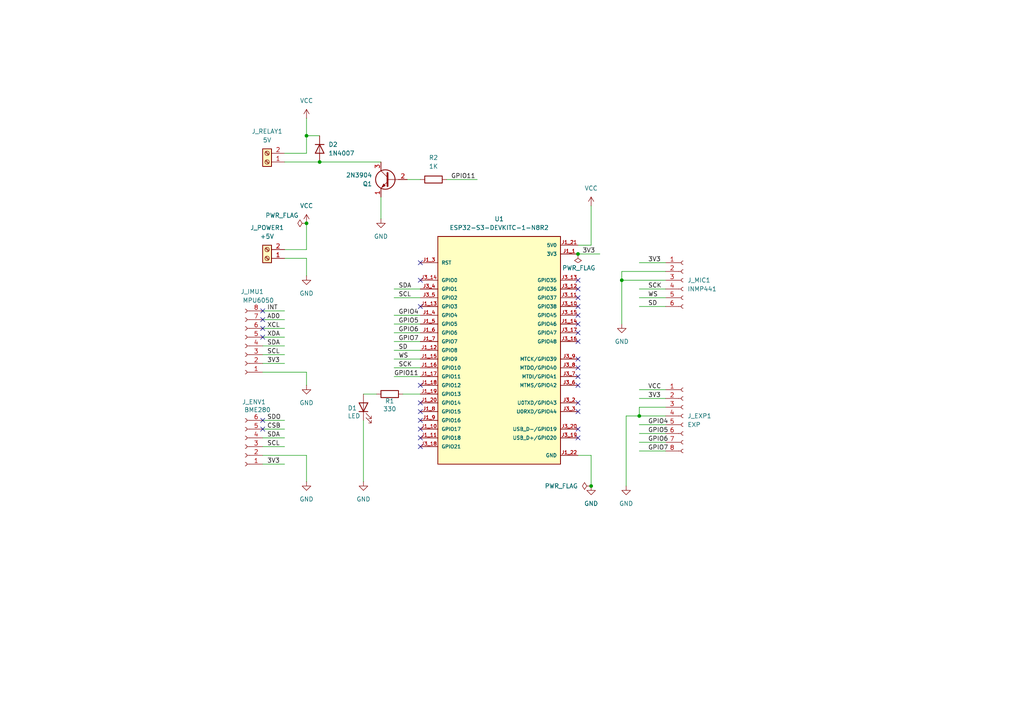
<source format=kicad_sch>
(kicad_sch (version 20250114) (generator "eeschema") (generator_version "9.0")
  (paper "A4")
  (title_block (title "Sensor Hub Carrier") (rev "V1") (company "Ing Jhon Alexander Hernandez"))
  (lib_symbols
    (symbol "Connector:Conn_01x06_Socket" (pin_names (offset 1.016) (hide yes))
      (property "Reference" "J" (at 0 7.62 0))
      (property "Value" "Conn_01x06_Socket" (at 0 -10.16 0))
      (symbol "Conn_01x06_Socket_1_1"
        (polyline (pts (xy -1.27 5.08) (xy -0.508 5.08)) (stroke (width 0.1524)))
        (polyline (pts (xy -1.27 2.54) (xy -0.508 2.54)) (stroke (width 0.1524)))
        (polyline (pts (xy -1.27 0) (xy -0.508 0)) (stroke (width 0.1524)))
        (polyline (pts (xy -1.27 -2.54) (xy -0.508 -2.54)) (stroke (width 0.1524)))
        (polyline (pts (xy -1.27 -5.08) (xy -0.508 -5.08)) (stroke (width 0.1524)))
        (polyline (pts (xy -1.27 -7.62) (xy -0.508 -7.62)) (stroke (width 0.1524)))
        (arc (start 0 4.572) (mid -0.5058 5.08) (end 0 5.588) (stroke (width 0.1524)))
        (arc (start 0 2.032) (mid -0.5058 2.54) (end 0 3.048) (stroke (width 0.1524)))
        (arc (start 0 -0.508) (mid -0.5058 0) (end 0 0.508) (stroke (width 0.1524)))
        (arc (start 0 -3.048) (mid -0.5058 -2.54) (end 0 -2.032) (stroke (width 0.1524)))
        (arc (start 0 -5.588) (mid -0.5058 -5.08) (end 0 -4.572) (stroke (width 0.1524)))
        (arc (start 0 -8.128) (mid -0.5058 -7.62) (end 0 -7.112) (stroke (width 0.1524)))
        (pin passive line (at -5.08 5.08 0) (length 3.81) (name "Pin_1") (number "1"))
        (pin passive line (at -5.08 2.54 0) (length 3.81) (name "Pin_2") (number "2"))
        (pin passive line (at -5.08 0 0) (length 3.81) (name "Pin_3") (number "3"))
        (pin passive line (at -5.08 -2.54 0) (length 3.81) (name "Pin_4") (number "4"))
        (pin passive line (at -5.08 -5.08 0) (length 3.81) (name "Pin_5") (number "5"))
        (pin passive line (at -5.08 -7.62 0) (length 3.81) (name "Pin_6") (number "6"))
      )
    )
    (symbol "Connector:Conn_01x08_Socket" (pin_names (offset 1.016) (hide yes))
      (property "Reference" "J" (at 0 10.16 0))
      (property "Value" "Conn_01x08_Socket" (at 0 -12.7 0))
      (symbol "Conn_01x08_Socket_1_1"
        (polyline (pts (xy -1.27 7.62) (xy -0.508 7.62)) (stroke (width 0.1524)))
        (polyline (pts (xy -1.27 5.08) (xy -0.508 5.08)) (stroke (width 0.1524)))
        (polyline (pts (xy -1.27 2.54) (xy -0.508 2.54)) (stroke (width 0.1524)))
        (polyline (pts (xy -1.27 0) (xy -0.508 0)) (stroke (width 0.1524)))
        (polyline (pts (xy -1.27 -2.54) (xy -0.508 -2.54)) (stroke (width 0.1524)))
        (polyline (pts (xy -1.27 -5.08) (xy -0.508 -5.08)) (stroke (width 0.1524)))
        (polyline (pts (xy -1.27 -7.62) (xy -0.508 -7.62)) (stroke (width 0.1524)))
        (polyline (pts (xy -1.27 -10.16) (xy -0.508 -10.16)) (stroke (width 0.1524)))
        (arc (start 0 7.112) (mid -0.5058 7.62) (end 0 8.128) (stroke (width 0.1524)))
        (arc (start 0 4.572) (mid -0.5058 5.08) (end 0 5.588) (stroke (width 0.1524)))
        (arc (start 0 2.032) (mid -0.5058 2.54) (end 0 3.048) (stroke (width 0.1524)))
        (arc (start 0 -0.508) (mid -0.5058 0) (end 0 0.508) (stroke (width 0.1524)))
        (arc (start 0 -3.048) (mid -0.5058 -2.54) (end 0 -2.032) (stroke (width 0.1524)))
        (arc (start 0 -5.588) (mid -0.5058 -5.08) (end 0 -4.572) (stroke (width 0.1524)))
        (arc (start 0 -8.128) (mid -0.5058 -7.62) (end 0 -7.112) (stroke (width 0.1524)))
        (arc (start 0 -10.668) (mid -0.5058 -10.16) (end 0 -9.652) (stroke (width 0.1524)))
        (pin passive line (at -5.08 7.62 0) (length 3.81) (name "Pin_1") (number "1"))
        (pin passive line (at -5.08 5.08 0) (length 3.81) (name "Pin_2") (number "2"))
        (pin passive line (at -5.08 2.54 0) (length 3.81) (name "Pin_3") (number "3"))
        (pin passive line (at -5.08 0 0) (length 3.81) (name "Pin_4") (number "4"))
        (pin passive line (at -5.08 -2.54 0) (length 3.81) (name "Pin_5") (number "5"))
        (pin passive line (at -5.08 -5.08 0) (length 3.81) (name "Pin_6") (number "6"))
        (pin passive line (at -5.08 -7.62 0) (length 3.81) (name "Pin_7") (number "7"))
        (pin passive line (at -5.08 -10.16 0) (length 3.81) (name "Pin_8") (number "8"))
      )
    )
    (symbol "Connector:Screw_Terminal_01x02" (pin_names (offset 1.016) (hide yes))
      (property "Reference" "J" (at 0 2.54 0))
      (property "Value" "Screw_Terminal_01x02" (at 0 -5.08 0))
      (symbol "Screw_Terminal_01x02_1_1"
        (rectangle (start -1.27 1.27) (end 1.27 -3.81) (stroke (width 0.254)) (fill (type background)))
        (polyline (pts (xy -0.5334 0.3302) (xy 0.3302 -0.508)) (stroke (width 0.1524)))
        (polyline (pts (xy -0.5334 -2.2098) (xy 0.3302 -3.048)) (stroke (width 0.1524)))
        (polyline (pts (xy -0.3556 0.508) (xy 0.508 -0.3302)) (stroke (width 0.1524)))
        (polyline (pts (xy -0.3556 -2.032) (xy 0.508 -2.8702)) (stroke (width 0.1524)))
        (circle (center 0 0) (radius 0.635) (stroke (width 0.1524)))
        (circle (center 0 -2.54) (radius 0.635) (stroke (width 0.1524)))
        (pin passive line (at -5.08 0 0) (length 3.81) (name "Pin_1") (number "1"))
        (pin passive line (at -5.08 -2.54 0) (length 3.81) (name "Pin_2") (number "2"))
      )
    )
    (symbol "Device:LED" (pin_numbers (hide yes)) (pin_names (offset 1.016) (hide yes))
      (property "Reference" "D" (at 0 2.54 0))
      (property "Value" "LED" (at 0 -2.54 0))
      (symbol "LED_0_1"
        (polyline (pts (xy -3.048 -0.762) (xy -4.572 -2.286) (xy -3.81 -2.286) (xy -4.572 -2.286) (xy -4.572 -1.524)))
        (polyline (pts (xy -1.778 -0.762) (xy -3.302 -2.286) (xy -2.54 -2.286) (xy -3.302 -2.286) (xy -3.302 -1.524)))
        (polyline (pts (xy -1.27 0) (xy 1.27 0)))
        (polyline (pts (xy -1.27 -1.27) (xy -1.27 1.27)) (stroke (width 0.254)))
        (polyline (pts (xy 1.27 -1.27) (xy 1.27 1.27) (xy -1.27 0) (xy 1.27 -1.27)) (stroke (width 0.254)))
      )
      (symbol "LED_1_1"
        (pin passive line (at -3.81 0 0) (length 2.54) (name "K") (number "1"))
        (pin passive line (at 3.81 0 180) (length 2.54) (name "A") (number "2"))
      )
    )
    (symbol "Device:R" (pin_numbers (hide yes)) (pin_names (offset 0))
      (property "Reference" "R" (at 2.032 0 90))
      (property "Value" "R" (at 0 0 90))
      (symbol "R_0_1"
        (rectangle (start -1.016 -2.54) (end 1.016 2.54) (stroke (width 0.254)))
      )
      (symbol "R_1_1"
        (pin passive line (at 0 3.81 270) (length 1.27) (name "~") (number "1"))
        (pin passive line (at 0 -3.81 90) (length 1.27) (name "~") (number "2"))
      )
    )
    (symbol "Diode:1N4007" (pin_numbers (hide yes)) (pin_names (hide yes))
      (property "Reference" "D" (at 0 2.54 0))
      (property "Value" "1N4007" (at 0 -2.54 0))
      (symbol "1N4007_0_1"
        (polyline (pts (xy -1.27 1.27) (xy -1.27 -1.27)) (stroke (width 0.254)))
        (polyline (pts (xy 1.27 1.27) (xy 1.27 -1.27) (xy -1.27 0) (xy 1.27 1.27)) (stroke (width 0.254)))
        (polyline (pts (xy 1.27 0) (xy -1.27 0)))
      )
      (symbol "1N4007_1_1"
        (pin passive line (at -3.81 0 0) (length 2.54) (name "K") (number "1"))
        (pin passive line (at 3.81 0 180) (length 2.54) (name "A") (number "2"))
      )
    )
    (symbol "ESP32-S3-DEVKITC-1-N8R2:ESP32-S3-DEVKITC-1-N8R2" (pin_names (offset 1.016))
      (property "Reference" "U" (at -17.78 35.56 0))
      (property "Value" "ESP32-S3-DEVKITC-1-N8R2" (at -17.78 -35.56 0))
      (symbol "ESP32-S3-DEVKITC-1-N8R2_0_0"
        (rectangle (start -17.78 -33.02) (end 17.78 33.02) (stroke (width 0.254)) (fill (type background)))
        (pin input line (at -22.86 25.4 0) (length 5.08) (name "RST") (number "J1_3"))
        (pin bidirectional line (at -22.86 20.32 0) (length 5.08) (name "GPIO0") (number "J3_14"))
        (pin bidirectional line (at -22.86 17.78 0) (length 5.08) (name "GPIO1") (number "J3_4"))
        (pin bidirectional line (at -22.86 15.24 0) (length 5.08) (name "GPIO2") (number "J3_5"))
        (pin bidirectional line (at -22.86 12.7 0) (length 5.08) (name "GPIO3") (number "J1_13"))
        (pin bidirectional line (at -22.86 10.16 0) (length 5.08) (name "GPIO4") (number "J1_4"))
        (pin bidirectional line (at -22.86 7.62 0) (length 5.08) (name "GPIO5") (number "J1_5"))
        (pin bidirectional line (at -22.86 5.08 0) (length 5.08) (name "GPIO6") (number "J1_6"))
        (pin bidirectional line (at -22.86 2.54 0) (length 5.08) (name "GPIO7") (number "J1_7"))
        (pin bidirectional line (at -22.86 0 0) (length 5.08) (name "GPIO8") (number "J1_12"))
        (pin bidirectional line (at -22.86 -2.54 0) (length 5.08) (name "GPIO9") (number "J1_15"))
        (pin bidirectional line (at -22.86 -5.08 0) (length 5.08) (name "GPIO10") (number "J1_16"))
        (pin bidirectional line (at -22.86 -7.62 0) (length 5.08) (name "GPIO11") (number "J1_17"))
        (pin bidirectional line (at -22.86 -10.16 0) (length 5.08) (name "GPIO12") (number "J1_18"))
        (pin bidirectional line (at -22.86 -12.7 0) (length 5.08) (name "GPIO13") (number "J1_19"))
        (pin bidirectional line (at -22.86 -15.24 0) (length 5.08) (name "GPIO14") (number "J1_20"))
        (pin bidirectional line (at -22.86 -17.78 0) (length 5.08) (name "GPIO15") (number "J1_8"))
        (pin bidirectional line (at -22.86 -20.32 0) (length 5.08) (name "GPIO16") (number "J1_9"))
        (pin bidirectional line (at -22.86 -22.86 0) (length 5.08) (name "GPIO17") (number "J1_10"))
        (pin bidirectional line (at -22.86 -25.4 0) (length 5.08) (name "GPIO18") (number "J1_11"))
        (pin bidirectional line (at -22.86 -27.94 0) (length 5.08) (name "GPIO21") (number "J3_18"))
        (pin power_in line (at 22.86 30.48 180) (length 5.08) (name "5V0") (number "J1_21"))
        (pin power_in line (at 22.86 27.94 180) (length 5.08) (name "3V3") (number "J1_1"))
        (pin power_in line (at 22.86 27.94 180) (length 5.08) (hide yes) (name "3V3") (number "J1_2"))
        (pin bidirectional line (at 22.86 20.32 180) (length 5.08) (name "GPIO35") (number "J3_13"))
        (pin bidirectional line (at 22.86 17.78 180) (length 5.08) (name "GPIO36") (number "J3_12"))
        (pin bidirectional line (at 22.86 15.24 180) (length 5.08) (name "GPIO37") (number "J3_11"))
        (pin bidirectional line (at 22.86 12.7 180) (length 5.08) (name "GPIO38") (number "J3_10"))
        (pin bidirectional line (at 22.86 10.16 180) (length 5.08) (name "GPIO45") (number "J3_15"))
        (pin bidirectional line (at 22.86 7.62 180) (length 5.08) (name "GPIO46") (number "J1_14"))
        (pin bidirectional line (at 22.86 5.08 180) (length 5.08) (name "GPIO47") (number "J3_17"))
        (pin bidirectional line (at 22.86 2.54 180) (length 5.08) (name "GPIO48") (number "J3_16"))
        (pin bidirectional line (at 22.86 -2.54 180) (length 5.08) (name "MTCK/GPIO39") (number "J3_9"))
        (pin bidirectional line (at 22.86 -5.08 180) (length 5.08) (name "MTDO/GPIO40") (number "J3_8"))
        (pin bidirectional line (at 22.86 -7.62 180) (length 5.08) (name "MTDI/GPIO41") (number "J3_7"))
        (pin bidirectional line (at 22.86 -10.16 180) (length 5.08) (name "MTMS/GPIO42") (number "J3_6"))
        (pin bidirectional line (at 22.86 -15.24 180) (length 5.08) (name "U0TXD/GPIO43") (number "J3_2"))
        (pin bidirectional line (at 22.86 -17.78 180) (length 5.08) (name "U0RXD/GPIO44") (number "J3_3"))
        (pin bidirectional line (at 22.86 -22.86 180) (length 5.08) (name "USB_D-/GPIO19") (number "J3_20"))
        (pin bidirectional line (at 22.86 -25.4 180) (length 5.08) (name "USB_D+/GPIO20") (number "J3_19"))
        (pin power_in line (at 22.86 -30.48 180) (length 5.08) (name "GND") (number "J1_22"))
        (pin power_in line (at 22.86 -30.48 180) (length 5.08) (hide yes) (name "GND") (number "J3_1"))
        (pin power_in line (at 22.86 -30.48 180) (length 5.08) (hide yes) (name "GND") (number "J3_21"))
        (pin power_in line (at 22.86 -30.48 180) (length 5.08) (hide yes) (name "GND") (number "J3_22"))
      )
    )
    (symbol "Transistor_BJT:2N3904" (pin_names (offset 0) (hide yes))
      (property "Reference" "Q" (at 5.08 1.905 0))
      (property "Value" "2N3904" (at 5.08 0 0))
      (symbol "2N3904_0_1"
        (polyline (pts (xy -2.54 0) (xy 0.635 0)))
        (polyline (pts (xy 0.635 1.905) (xy 0.635 -1.905)) (stroke (width 0.508)))
        (circle (center 1.27 0) (radius 2.8194) (stroke (width 0.254)))
      )
      (symbol "2N3904_1_1"
        (polyline (pts (xy 0.635 0.635) (xy 2.54 2.54)))
        (polyline (pts (xy 0.635 -0.635) (xy 2.54 -2.54)))
        (polyline (pts (xy 1.27 -1.778) (xy 1.778 -1.27) (xy 2.286 -2.286) (xy 1.27 -1.778)) (fill (type outline)))
        (pin input line (at -5.08 0 0) (length 2.54) (name "B") (number "2"))
        (pin passive line (at 2.54 5.08 270) (length 2.54) (name "C") (number "3"))
        (pin passive line (at 2.54 -5.08 90) (length 2.54) (name "E") (number "1"))
      )
    )
    (symbol "power:GND" (power) (pin_numbers (hide yes)) (pin_names (offset 0) (hide yes))
      (property "Value" "GND" (at 0 -3.81 0))
      (symbol "GND_0_1"
        (polyline (pts (xy 0 0) (xy 0 -1.27) (xy 1.27 -1.27) (xy 0 -2.54) (xy -1.27 -1.27) (xy 0 -1.27)))
      )
      (symbol "GND_1_1"
        (pin power_in line (at 0 0 270) (length 0) (name "~") (number "1"))
      )
    )
    (symbol "power:PWR_FLAG" (power) (pin_numbers (hide yes)) (pin_names (offset 0) (hide yes))
      (property "Value" "PWR_FLAG" (at 0 3.81 0))
      (symbol "PWR_FLAG_0_0"
        (pin power_out line (at 0 0 90) (length 0) (name "~") (number "1"))
      )
      (symbol "PWR_FLAG_0_1"
        (polyline (pts (xy 0 0) (xy 0 1.27) (xy -1.016 1.905) (xy 0 2.54) (xy 1.016 1.905) (xy 0 1.27)))
      )
    )
    (symbol "power:VCC" (power) (pin_numbers (hide yes)) (pin_names (offset 0) (hide yes))
      (property "Value" "VCC" (at 0 3.556 0))
      (symbol "VCC_0_1"
        (polyline (pts (xy -0.762 1.27) (xy 0 2.54)))
        (polyline (pts (xy 0 2.54) (xy 0.762 1.27)))
        (polyline (pts (xy 0 0) (xy 0 2.54)))
      )
      (symbol "VCC_1_1"
        (pin power_in line (at 0 0 90) (length 0) (name "~") (number "1"))
      )
    )
  )
  (junction (at 92.71 46.99))
  (junction (at 171.45 140.97))
  (junction (at 167.64 73.66))
  (junction (at 180.34 81.28))
  (junction (at 88.9 64.77))
  (junction (at 88.9 39.37))
  (junction (at 185.42 120.65))
  (no_connect (at 167.64 96.52))
  (no_connect (at 167.64 91.44))
  (no_connect (at 167.64 106.68))
  (no_connect (at 76.2 90.17))
  (no_connect (at 167.64 88.9))
  (no_connect (at 121.92 116.84))
  (no_connect (at 167.64 124.46))
  (no_connect (at 167.64 109.22))
  (no_connect (at 167.64 81.28))
  (no_connect (at 76.2 121.92))
  (no_connect (at 121.92 88.9))
  (no_connect (at 167.64 119.38))
  (no_connect (at 167.64 111.76))
  (no_connect (at 121.92 129.54))
  (no_connect (at 121.92 76.2))
  (no_connect (at 167.64 93.98))
  (no_connect (at 167.64 83.82))
  (no_connect (at 121.92 111.76))
  (no_connect (at 167.64 127))
  (no_connect (at 121.92 81.28))
  (no_connect (at 167.64 104.14))
  (no_connect (at 121.92 119.38))
  (no_connect (at 76.2 124.46))
  (no_connect (at 121.92 127))
  (no_connect (at 121.92 121.92))
  (no_connect (at 121.92 124.46))
  (no_connect (at 167.64 116.84))
  (no_connect (at 76.2 95.25))
  (no_connect (at 76.2 97.79))
  (no_connect (at 76.2 92.71))
  (no_connect (at 167.64 86.36))
  (no_connect (at 167.64 99.06))
  (wire (pts (xy 76.2 107.95) (xy 88.9 107.95)))
  (wire (pts (xy 185.42 113.03) (xy 193.04 113.03)))
  (wire (pts (xy 185.42 86.36) (xy 193.04 86.36)))
  (wire (pts (xy 167.64 73.66) (xy 173.99 73.66)))
  (wire (pts (xy 76.2 97.79) (xy 82.55 97.79)))
  (wire (pts (xy 88.9 39.37) (xy 92.71 39.37)))
  (wire (pts (xy 82.55 74.93) (xy 88.9 74.93)))
  (wire (pts (xy 76.2 95.25) (xy 82.55 95.25)))
  (wire (pts (xy 92.71 46.99) (xy 110.49 46.99)))
  (wire (pts (xy 76.2 92.71) (xy 82.55 92.71)))
  (wire (pts (xy 180.34 81.28) (xy 180.34 93.98)))
  (wire (pts (xy 76.2 100.33) (xy 82.55 100.33)))
  (wire (pts (xy 76.2 132.08) (xy 88.9 132.08)))
  (wire (pts (xy 114.3 101.6) (xy 121.92 101.6)))
  (wire (pts (xy 76.2 127) (xy 82.55 127)))
  (wire (pts (xy 82.55 46.99) (xy 92.71 46.99)))
  (wire (pts (xy 114.3 104.14) (xy 121.92 104.14)))
  (wire (pts (xy 185.42 118.11) (xy 193.04 118.11)))
  (wire (pts (xy 82.55 44.45) (xy 88.9 44.45)))
  (wire (pts (xy 180.34 78.74) (xy 180.34 81.28)))
  (wire (pts (xy 171.45 71.12) (xy 171.45 59.69)))
  (wire (pts (xy 185.42 88.9) (xy 193.04 88.9)))
  (wire (pts (xy 114.3 91.44) (xy 121.92 91.44)))
  (wire (pts (xy 88.9 44.45) (xy 88.9 39.37)))
  (wire (pts (xy 181.61 120.65) (xy 185.42 120.65)))
  (wire (pts (xy 105.41 121.92) (xy 105.41 139.7)))
  (wire (pts (xy 88.9 74.93) (xy 88.9 80.01)))
  (wire (pts (xy 129.54 52.07) (xy 138.43 52.07)))
  (wire (pts (xy 185.42 83.82) (xy 193.04 83.82)))
  (wire (pts (xy 114.3 93.98) (xy 121.92 93.98)))
  (wire (pts (xy 167.64 71.12) (xy 171.45 71.12)))
  (wire (pts (xy 181.61 140.97) (xy 181.61 120.65)))
  (wire (pts (xy 88.9 64.77) (xy 88.9 72.39)))
  (wire (pts (xy 76.2 121.92) (xy 82.55 121.92)))
  (wire (pts (xy 116.84 114.3) (xy 121.92 114.3)))
  (wire (pts (xy 185.42 123.19) (xy 193.04 123.19)))
  (wire (pts (xy 76.2 124.46) (xy 82.55 124.46)))
  (wire (pts (xy 88.9 132.08) (xy 88.9 139.7)))
  (wire (pts (xy 88.9 39.37) (xy 88.9 34.29)))
  (wire (pts (xy 76.2 134.62) (xy 82.55 134.62)))
  (wire (pts (xy 114.3 106.68) (xy 121.92 106.68)))
  (wire (pts (xy 185.42 118.11) (xy 185.42 120.65)))
  (wire (pts (xy 114.3 109.22) (xy 121.92 109.22)))
  (wire (pts (xy 185.42 120.65) (xy 193.04 120.65)))
  (wire (pts (xy 88.9 107.95) (xy 88.9 111.76)))
  (wire (pts (xy 105.41 114.3) (xy 109.22 114.3)))
  (wire (pts (xy 114.3 86.36) (xy 121.92 86.36)))
  (wire (pts (xy 185.42 128.27) (xy 193.04 128.27)))
  (wire (pts (xy 114.3 83.82) (xy 121.92 83.82)))
  (wire (pts (xy 185.42 115.57) (xy 193.04 115.57)))
  (wire (pts (xy 185.42 125.73) (xy 193.04 125.73)))
  (wire (pts (xy 185.42 130.81) (xy 193.04 130.81)))
  (wire (pts (xy 171.45 132.08) (xy 167.64 132.08)))
  (wire (pts (xy 180.34 78.74) (xy 193.04 78.74)))
  (wire (pts (xy 76.2 90.17) (xy 82.55 90.17)))
  (wire (pts (xy 118.11 52.07) (xy 121.92 52.07)))
  (wire (pts (xy 114.3 99.06) (xy 121.92 99.06)))
  (wire (pts (xy 114.3 96.52) (xy 121.92 96.52)))
  (wire (pts (xy 180.34 81.28) (xy 193.04 81.28)))
  (wire (pts (xy 76.2 129.54) (xy 82.55 129.54)))
  (wire (pts (xy 171.45 140.97) (xy 171.45 132.08)))
  (wire (pts (xy 82.55 72.39) (xy 88.9 72.39)))
  (wire (pts (xy 76.2 105.41) (xy 82.55 105.41)))
  (wire (pts (xy 110.49 57.15) (xy 110.49 63.5)))
  (wire (pts (xy 185.42 76.2) (xy 193.04 76.2)))
  (wire (pts (xy 76.2 102.87) (xy 82.55 102.87)))
  (label "XDA" (at 77.47 97.79 0))
  (label "VCC" (at 187.96 113.03 0))
  (label "GPIO5" (at 187.96 125.73 0))
  (label "SCL" (at 115.57 86.36 0))
  (label "WS" (at 115.57 104.14 0))
  (label "SDO" (at 77.47 121.92 0))
  (label "SD" (at 115.57 101.6 0))
  (label "XCL" (at 77.47 95.25 0))
  (label "GPIO6" (at 115.57 96.52 0))
  (label "SDA" (at 77.47 100.33 0))
  (label "3V3" (at 77.47 134.62 0))
  (label "SCK" (at 187.96 83.82 0))
  (label "3V3" (at 168.91 73.66 0))
  (label "GPIO11" (at 114.3 109.22 0))
  (label "3V3" (at 187.96 76.2 0))
  (label "SCK" (at 115.57 106.68 0))
  (label "GPIO6" (at 187.96 128.27 0))
  (label "WS" (at 187.96 86.36 0))
  (label "CSB" (at 77.47 124.46 0))
  (label "SDA" (at 115.57 83.82 0))
  (label "GPIO5" (at 115.57 93.98 0))
  (label "GPIO4" (at 115.57 91.44 0))
  (label "GPIO7" (at 115.57 99.06 0))
  (label "AD0" (at 77.47 92.71 0))
  (label "SD" (at 187.96 88.9 0))
  (label "SCL" (at 77.47 102.87 0))
  (label "3V3" (at 77.47 105.41 0))
  (label "GPIO7" (at 187.96 130.81 0))
  (label "SDA" (at 77.47 127 0))
  (label "GPIO11" (at 130.81 52.07 0))
  (label "SCL" (at 77.47 129.54 0))
  (label "3V3" (at 187.96 115.57 0))
  (label "GPIO4" (at 187.96 123.19 0))
  (label "INT" (at 77.47 90.17 0))
  (symbol (lib_id "power:VCC") (at 88.9 64.77 0) (unit 1)
    (property "Reference" "#PWR01" (effects (hide yes)))
    (property "Value" "VCC" (at 88.9 59.69 0))
    (property "Description" "Power symbol creates a global label with name \"VCC\"" (effects (hide yes)))
  )
  (symbol (lib_id "Device:LED") (at 105.41 118.11 90) (unit 1)
    (property "Reference" "D1" (at 100.838 118.364 90) (effects (justify right)))
    (property "Value" "LED" (at 100.838 120.65 90) (effects (justify right)))
    (property "Footprint" "LED_THT:LED_D3.0mm" (effects (hide yes)))
    (property "Description" "Light emitting diode" (effects (hide yes)))
    (property "Sim.Pins" "1=K 2=A" (effects (hide yes)))
  )
  (symbol (lib_id "Connector:Conn_01x08_Socket") (at 198.12 120.65 0) (unit 1)
    (property "Reference" "J_EXP1" (at 199.39 120.6499 0) (effects (justify left)))
    (property "Value" "EXP" (at 199.39 123.1899 0) (effects (justify left)))
    (property "Footprint" "Connector_PinSocket_2.54mm:PinSocket_1x08_P2.54mm_Vertical" (effects (hide yes)))
    (property "Description" "Generic connector, single row, 01x08, script generated" (effects (hide yes)))
  )
  (symbol (lib_id "power:VCC") (at 171.45 59.69 0) (unit 1)
    (property "Reference" "#PWR04" (effects (hide yes)))
    (property "Value" "VCC" (at 171.45 54.61 0))
    (property "Description" "Power symbol creates a global label with name \"VCC\"" (effects (hide yes)))
  )
  (symbol (lib_id "power:GND") (at 88.9 139.7 0) (unit 1)
    (property "Reference" "#PWR05" (effects (hide yes)))
    (property "Value" "GND" (at 88.9 144.78 0))
    (property "Description" "Power symbol creates a global label with name \"GND\" , ground" (effects (hide yes)))
  )
  (symbol (lib_id "Transistor_BJT:2N3904") (at 113.03 52.07 0) (mirror y) (unit 1)
    (property "Reference" "Q1" (at 107.95 53.3401 0) (effects (justify left)))
    (property "Value" "2N3904" (at 107.95 50.8001 0) (effects (justify left)))
    (property "Footprint" "Package_TO_SOT_THT:TO-92_Inline" (effects (hide yes)))
    (property "Datasheet" "https://www.onsemi.com/pub/Collateral/2N3903-D.PDF" (effects (hide yes)))
    (property "Description" "0.2A Ic, 40V Vce, Small Signal NPN Transistor, TO-92" (effects (hide yes)))
  )
  (symbol (lib_id "Connector:Screw_Terminal_01x02") (at 77.47 74.93 180) (unit 1)
    (property "Reference" "J_POWER1" (at 77.47 66.04 0))
    (property "Value" "+5V" (at 77.47 68.58 0))
    (property "Footprint" "TerminalBlock:TerminalBlock_bornier-2_P5.08mm" (effects (hide yes)))
    (property "Description" "Generic screw terminal, single row, 01x02, script generated (kicad-library-utils/schlib/autogen/connector/)" (effects (hide yes)))
  )
  (symbol (lib_id "Device:R") (at 125.73 52.07 90) (unit 1)
    (property "Reference" "R2" (at 125.73 45.72 90))
    (property "Value" "1K" (at 125.73 48.26 90))
    (property "Footprint" "Resistor_THT:R_Axial_DIN0207_L6.3mm_D2.5mm_P10.16mm_Horizontal" (effects (hide yes)))
    (property "Description" "Resistor" (effects (hide yes)))
  )
  (symbol (lib_id "power:PWR_FLAG") (at 167.64 73.66 180) (unit 1)
    (property "Reference" "#FLG03" (effects (hide yes)))
    (property "Value" "PWR_FLAG" (at 167.894 77.724 0))
    (property "Description" "Special symbol for telling ERC where power comes from" (effects (hide yes)))
  )
  (symbol (lib_id "power:GND") (at 180.34 93.98 0) (unit 1)
    (property "Reference" "#PWR08" (effects (hide yes)))
    (property "Value" "GND" (at 180.34 99.06 0))
    (property "Description" "Power symbol creates a global label with name \"GND\" , ground" (effects (hide yes)))
  )
  (symbol (lib_id "power:GND") (at 110.49 63.5 0) (unit 1)
    (property "Reference" "#PWR010" (effects (hide yes)))
    (property "Value" "GND" (at 110.49 68.58 0))
    (property "Description" "Power symbol creates a global label with name \"GND\" , ground" (effects (hide yes)))
  )
  (symbol (lib_id "Connector:Conn_01x06_Socket") (at 198.12 81.28 0) (unit 1)
    (property "Reference" "J_MIC1" (at 199.39 81.2799 0) (effects (justify left)))
    (property "Value" "INMP441" (at 199.39 83.8199 0) (effects (justify left)))
    (property "Footprint" "Connector_PinSocket_2.54mm:PinSocket_1x06_P2.54mm_Vertical" (effects (hide yes)))
    (property "Description" "Generic connector, single row, 01x06, script generated" (effects (hide yes)))
  )
  (symbol (lib_id "power:VCC") (at 88.9 34.29 0) (unit 1)
    (property "Reference" "#PWR011" (effects (hide yes)))
    (property "Value" "VCC" (at 88.9 29.21 0))
    (property "Description" "Power symbol creates a global label with name \"VCC\"" (effects (hide yes)))
  )
  (symbol (lib_id "ESP32-S3-DEVKITC-1-N8R2:ESP32-S3-DEVKITC-1-N8R2") (at 144.78 101.6 0) (unit 1)
    (property "Reference" "U1" (at 144.78 63.5 0))
    (property "Value" "ESP32-S3-DEVKITC-1-N8R2" (at 144.78 66.04 0))
    (property "Footprint" "Mis_Componentes:XCVR_ESP32-S3-DEVKITC-1-N8R2" (effects (hide yes)))
    (property "MF" "Espressif Systems" (effects (hide yes)))
    (property "Description_1" "Connectivity options include 802.11 b/g/n Wi-Fi, Bluetooth® 5 (BLE), and BLE 5 Mesh support, operating at 2.4GHz for seamless wireless communication. The board is equipped with 512KB SRAM and 384KB ROM, alongside a wide range of I/O interfaces, including 45 GPIOs, 4 x SPI, 3 x UART, 2 x I2C, 14 x touch pins, 2 x I2S, RMT, LED PWM, USB-OTG, TWAI, and 2 x 12-bit ADCs. It also features an LCD interface and DVP for expanded functionality, making it a versatile solution for IoT and embedded applications." (effects (hide yes)))
    (property "Package" "None" (effects (hide yes)))
    (property "Price" "None" (effects (hide yes)))
    (property "Check_prices" "https://www.snapeda.com/parts/ESP32S3DEVKITC1N8R2/Espressif+Systems/view-part/?ref=eda" (effects (hide yes)))
    (property "STANDARD" "Manufacturer Recommendations" (effects (hide yes)))
    (property "PARTREV" "V1" (effects (hide yes)))
    (property "SnapEDA_Link" "https://www.snapeda.com/parts/ESP32S3DEVKITC1N8R2/Espressif+Systems/view-part/?ref=snap" (effects (hide yes)))
    (property "MP" "ESP32S3DEVKITC1N8R2" (effects (hide yes)))
    (property "Availability" "In Stock" (effects (hide yes)))
    (property "MANUFACTURER" "Espressif" (effects (hide yes)))
  )
  (symbol (lib_id "Connector:Conn_01x08_Socket") (at 71.12 100.33 180) (unit 1)
    (property "Reference" "J_IMU1" (at 73.152 84.582 0))
    (property "Value" "MPU6050" (at 74.93 87.122 0))
    (property "Footprint" "Connector_PinSocket_2.54mm:PinSocket_1x08_P2.54mm_Vertical" (effects (hide yes)))
    (property "Description" "Generic connector, single row, 01x08, script generated" (effects (hide yes)))
  )
  (symbol (lib_id "power:PWR_FLAG") (at 88.9 64.77 90) (unit 1)
    (property "Reference" "#FLG01" (effects (hide yes)))
    (property "Value" "PWR_FLAG" (at 86.614 62.484 90) (effects (justify left)))
    (property "Description" "Special symbol for telling ERC where power comes from" (effects (hide yes)))
  )
  (symbol (lib_id "power:GND") (at 171.45 140.97 0) (unit 1)
    (property "Reference" "#PWR02" (effects (hide yes)))
    (property "Value" "GND" (at 171.45 146.05 0))
    (property "Description" "Power symbol creates a global label with name \"GND\" , ground" (effects (hide yes)))
  )
  (symbol (lib_id "Connector:Screw_Terminal_01x02") (at 77.47 46.99 180) (unit 1)
    (property "Reference" "J_RELAY1" (at 77.47 38.1 0))
    (property "Value" "5V" (at 77.47 40.64 0))
    (property "Footprint" "TerminalBlock:TerminalBlock_bornier-2_P5.08mm" (effects (hide yes)))
    (property "Description" "Generic screw terminal, single row, 01x02, script generated (kicad-library-utils/schlib/autogen/connector/)" (effects (hide yes)))
  )
  (symbol (lib_id "power:GND") (at 88.9 111.76 0) (unit 1)
    (property "Reference" "#PWR06" (effects (hide yes)))
    (property "Value" "GND" (at 88.9 116.84 0))
    (property "Description" "Power symbol creates a global label with name \"GND\" , ground" (effects (hide yes)))
  )
  (symbol (lib_id "power:GND") (at 181.61 140.97 0) (unit 1)
    (property "Reference" "#PWR09" (effects (hide yes)))
    (property "Value" "GND" (at 181.61 146.05 0))
    (property "Description" "Power symbol creates a global label with name \"GND\" , ground" (effects (hide yes)))
  )
  (symbol (lib_id "power:GND") (at 88.9 80.01 0) (unit 1)
    (property "Reference" "#PWR03" (effects (hide yes)))
    (property "Value" "GND" (at 88.9 85.09 0))
    (property "Description" "Power symbol creates a global label with name \"GND\" , ground" (effects (hide yes)))
  )
  (symbol (lib_id "power:PWR_FLAG") (at 171.45 140.97 90) (unit 1)
    (property "Reference" "#FLG02" (effects (hide yes)))
    (property "Value" "PWR_FLAG" (at 167.64 140.9699 90) (effects (justify left)))
    (property "Description" "Special symbol for telling ERC where power comes from" (effects (hide yes)))
  )
  (symbol (lib_id "Diode:1N4007") (at 92.71 43.18 270) (unit 1)
    (property "Reference" "D2" (at 95.25 41.9099 90) (effects (justify left)))
    (property "Value" "1N4007" (at 95.25 44.4499 90) (effects (justify left)))
    (property "Footprint" "Diode_THT:D_DO-41_SOD81_P10.16mm_Horizontal" (effects (hide yes)))
    (property "Datasheet" "http://www.vishay.com/docs/88503/1n4001.pdf" (effects (hide yes)))
    (property "Description" "1000V 1A General Purpose Rectifier Diode, DO-41" (effects (hide yes)))
    (property "Sim.Device" "D" (effects (hide yes)))
    (property "Sim.Pins" "1=K 2=A" (effects (hide yes)))
  )
  (symbol (lib_id "Device:R") (at 113.03 114.3 90) (unit 1)
    (property "Reference" "R1" (at 113.03 116.332 90))
    (property "Value" "330" (at 113.03 118.618 90))
    (property "Footprint" "Resistor_THT:R_Axial_DIN0207_L6.3mm_D2.5mm_P10.16mm_Horizontal" (effects (hide yes)))
    (property "Description" "Resistor" (effects (hide yes)))
  )
  (symbol (lib_id "power:GND") (at 105.41 139.7 0) (unit 1)
    (property "Reference" "#PWR07" (effects (hide yes)))
    (property "Value" "GND" (at 105.41 144.78 0))
    (property "Description" "Power symbol creates a global label with name \"GND\" , ground" (effects (hide yes)))
  )
  (symbol (lib_id "Connector:Conn_01x06_Socket") (at 71.12 129.54 180) (unit 1)
    (property "Reference" "J_ENV1" (at 73.66 116.586 0))
    (property "Value" "BME280" (at 74.676 118.872 0))
    (property "Footprint" "Connector_PinSocket_2.54mm:PinSocket_1x06_P2.54mm_Vertical" (effects (hide yes)))
    (property "Description" "Generic connector, single row, 01x06, script generated" (effects (hide yes)))
  )
)
</source>
